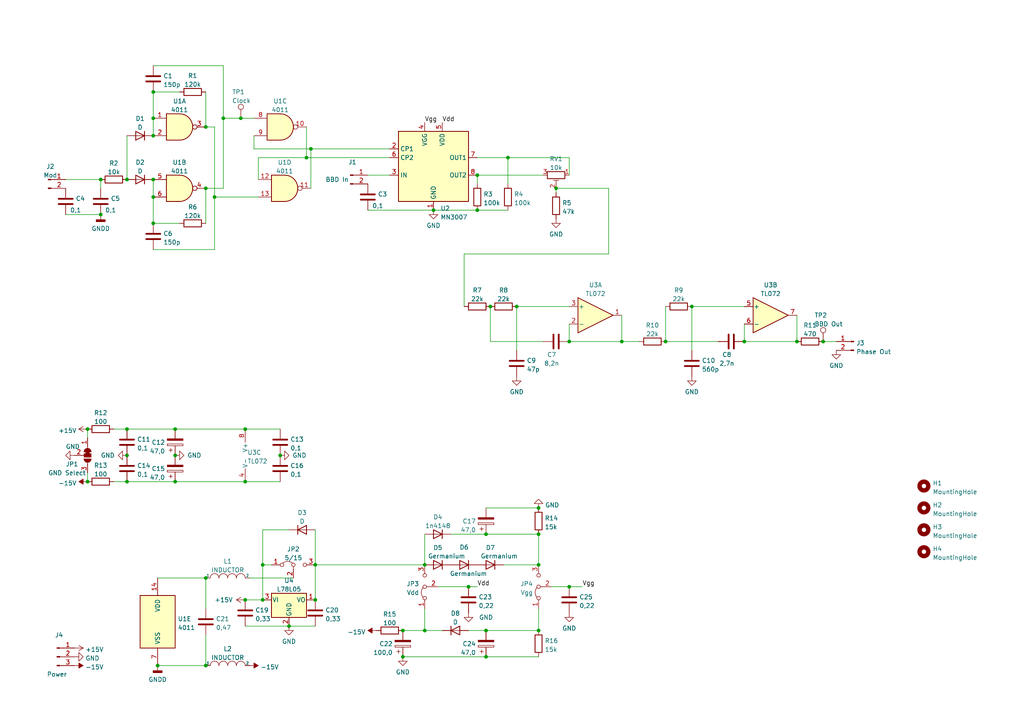
<source format=kicad_sch>
(kicad_sch (version 20211123) (generator eeschema)
  (paper "A4")
  (lib_symbols
    (symbol "4xxx:4011" (pin_names (offset 1.016))
      (property "Reference" "U" (at 0 1.27 0))
      (property "Value" "4011" (at 0 -1.27 0))
      (symbol "4011_1_1"
        (arc (start 0 -3.81) (mid 3.81 0) (end 0 3.81) (stroke (width 0.254)) (fill (type background)))
        (polyline (pts (xy 0 3.81) (xy -3.81 3.81) (xy -3.81 -3.81) (xy 0 -3.81)) (stroke (width 0.254)) (fill (type background)))
        (pin input line (at -7.62 2.54 0) (length 3.81) (name "~") (number "1"))
        (pin input line (at -7.62 -2.54 0) (length 3.81) (name "~") (number "2"))
        (pin output inverted (at 7.62 0 180) (length 3.81) (name "~") (number "3"))
      )
      (symbol "4011_1_2"
        (arc (start -3.81 -3.81) (mid -2.589 0) (end -3.81 3.81) (stroke (width 0.254)))
        (arc (start -0.6096 -3.81) (mid 2.1842 -2.5851) (end 3.81 0) (stroke (width 0.254)) (fill (type background)))
        (polyline (pts (xy -3.81 -3.81) (xy -0.635 -3.81)) (stroke (width 0.254)) (fill (type background)))
        (polyline (pts (xy -3.81 3.81) (xy -0.635 3.81)) (stroke (width 0.254)) (fill (type background)))
        (polyline (pts (xy -0.635 3.81) (xy -3.81 3.81) (xy -3.81 3.81) (xy -3.556 3.4036) (xy -3.0226 2.2606) (xy -2.6924 1.0414) (xy -2.6162 -0.254) (xy -2.7686 -1.4986) (xy -3.175 -2.7178) (xy -3.81 -3.81) (xy -3.81 -3.81) (xy -0.635 -3.81)) (stroke (width -25.4)) (fill (type background)))
        (arc (start 3.81 0) (mid 2.1915 2.5936) (end -0.6096 3.81) (stroke (width 0.254)) (fill (type background)))
        (pin input inverted (at -7.62 2.54 0) (length 4.318) (name "~") (number "1"))
        (pin input inverted (at -7.62 -2.54 0) (length 4.318) (name "~") (number "2"))
        (pin output line (at 7.62 0 180) (length 3.81) (name "~") (number "3"))
      )
      (symbol "4011_2_1"
        (arc (start 0 -3.81) (mid 3.81 0) (end 0 3.81) (stroke (width 0.254)) (fill (type background)))
        (polyline (pts (xy 0 3.81) (xy -3.81 3.81) (xy -3.81 -3.81) (xy 0 -3.81)) (stroke (width 0.254)) (fill (type background)))
        (pin output inverted (at 7.62 0 180) (length 3.81) (name "~") (number "4"))
        (pin input line (at -7.62 2.54 0) (length 3.81) (name "~") (number "5"))
        (pin input line (at -7.62 -2.54 0) (length 3.81) (name "~") (number "6"))
      )
      (symbol "4011_2_2"
        (arc (start -3.81 -3.81) (mid -2.589 0) (end -3.81 3.81) (stroke (width 0.254)))
        (arc (start -0.6096 -3.81) (mid 2.1842 -2.5851) (end 3.81 0) (stroke (width 0.254)) (fill (type background)))
        (polyline (pts (xy -3.81 -3.81) (xy -0.635 -3.81)) (stroke (width 0.254)) (fill (type background)))
        (polyline (pts (xy -3.81 3.81) (xy -0.635 3.81)) (stroke (width 0.254)) (fill (type background)))
        (polyline (pts (xy -0.635 3.81) (xy -3.81 3.81) (xy -3.81 3.81) (xy -3.556 3.4036) (xy -3.0226 2.2606) (xy -2.6924 1.0414) (xy -2.6162 -0.254) (xy -2.7686 -1.4986) (xy -3.175 -2.7178) (xy -3.81 -3.81) (xy -3.81 -3.81) (xy -0.635 -3.81)) (stroke (width -25.4)) (fill (type background)))
        (arc (start 3.81 0) (mid 2.1915 2.5936) (end -0.6096 3.81) (stroke (width 0.254)) (fill (type background)))
        (pin output line (at 7.62 0 180) (length 3.81) (name "~") (number "4"))
        (pin input inverted (at -7.62 2.54 0) (length 4.318) (name "~") (number "5"))
        (pin input inverted (at -7.62 -2.54 0) (length 4.318) (name "~") (number "6"))
      )
      (symbol "4011_3_1"
        (arc (start 0 -3.81) (mid 3.81 0) (end 0 3.81) (stroke (width 0.254)) (fill (type background)))
        (polyline (pts (xy 0 3.81) (xy -3.81 3.81) (xy -3.81 -3.81) (xy 0 -3.81)) (stroke (width 0.254)) (fill (type background)))
        (pin output inverted (at 7.62 0 180) (length 3.81) (name "~") (number "10"))
        (pin input line (at -7.62 2.54 0) (length 3.81) (name "~") (number "8"))
        (pin input line (at -7.62 -2.54 0) (length 3.81) (name "~") (number "9"))
      )
      (symbol "4011_3_2"
        (arc (start -3.81 -3.81) (mid -2.589 0) (end -3.81 3.81) (stroke (width 0.254)))
        (arc (start -0.6096 -3.81) (mid 2.1842 -2.5851) (end 3.81 0) (stroke (width 0.254)) (fill (type background)))
        (polyline (pts (xy -3.81 -3.81) (xy -0.635 -3.81)) (stroke (width 0.254)) (fill (type background)))
        (polyline (pts (xy -3.81 3.81) (xy -0.635 3.81)) (stroke (width 0.254)) (fill (type background)))
        (polyline (pts (xy -0.635 3.81) (xy -3.81 3.81) (xy -3.81 3.81) (xy -3.556 3.4036) (xy -3.0226 2.2606) (xy -2.6924 1.0414) (xy -2.6162 -0.254) (xy -2.7686 -1.4986) (xy -3.175 -2.7178) (xy -3.81 -3.81) (xy -3.81 -3.81) (xy -0.635 -3.81)) (stroke (width -25.4)) (fill (type background)))
        (arc (start 3.81 0) (mid 2.1915 2.5936) (end -0.6096 3.81) (stroke (width 0.254)) (fill (type background)))
        (pin output line (at 7.62 0 180) (length 3.81) (name "~") (number "10"))
        (pin input inverted (at -7.62 2.54 0) (length 4.318) (name "~") (number "8"))
        (pin input inverted (at -7.62 -2.54 0) (length 4.318) (name "~") (number "9"))
      )
      (symbol "4011_4_1"
        (arc (start 0 -3.81) (mid 3.81 0) (end 0 3.81) (stroke (width 0.254)) (fill (type background)))
        (polyline (pts (xy 0 3.81) (xy -3.81 3.81) (xy -3.81 -3.81) (xy 0 -3.81)) (stroke (width 0.254)) (fill (type background)))
        (pin output inverted (at 7.62 0 180) (length 3.81) (name "~") (number "11"))
        (pin input line (at -7.62 2.54 0) (length 3.81) (name "~") (number "12"))
        (pin input line (at -7.62 -2.54 0) (length 3.81) (name "~") (number "13"))
      )
      (symbol "4011_4_2"
        (arc (start -3.81 -3.81) (mid -2.589 0) (end -3.81 3.81) (stroke (width 0.254)))
        (arc (start -0.6096 -3.81) (mid 2.1842 -2.5851) (end 3.81 0) (stroke (width 0.254)) (fill (type background)))
        (polyline (pts (xy -3.81 -3.81) (xy -0.635 -3.81)) (stroke (width 0.254)) (fill (type background)))
        (polyline (pts (xy -3.81 3.81) (xy -0.635 3.81)) (stroke (width 0.254)) (fill (type background)))
        (polyline (pts (xy -0.635 3.81) (xy -3.81 3.81) (xy -3.81 3.81) (xy -3.556 3.4036) (xy -3.0226 2.2606) (xy -2.6924 1.0414) (xy -2.6162 -0.254) (xy -2.7686 -1.4986) (xy -3.175 -2.7178) (xy -3.81 -3.81) (xy -3.81 -3.81) (xy -0.635 -3.81)) (stroke (width -25.4)) (fill (type background)))
        (arc (start 3.81 0) (mid 2.1915 2.5936) (end -0.6096 3.81) (stroke (width 0.254)) (fill (type background)))
        (pin output line (at 7.62 0 180) (length 3.81) (name "~") (number "11"))
        (pin input inverted (at -7.62 2.54 0) (length 4.318) (name "~") (number "12"))
        (pin input inverted (at -7.62 -2.54 0) (length 4.318) (name "~") (number "13"))
      )
      (symbol "4011_5_0"
        (pin power_in line (at 0 12.7 270) (length 5.08) (name "VDD") (number "14"))
        (pin power_in line (at 0 -12.7 90) (length 5.08) (name "VSS") (number "7"))
      )
      (symbol "4011_5_1"
        (rectangle (start -5.08 7.62) (end 5.08 -7.62) (stroke (width 0.254)) (fill (type background)))
      )
    )
    (symbol "Amplifier_Operational:TL072" (pin_names (offset 0.127))
      (property "Reference" "U" (at 0 5.08 0))
      (property "Value" "TL072" (at 0 -5.08 0))
      (symbol "TL072_1_1"
        (polyline (pts (xy -5.08 5.08) (xy 5.08 0) (xy -5.08 -5.08) (xy -5.08 5.08)) (stroke (width 0.254)) (fill (type background)))
        (pin output line (at 7.62 0 180) (length 2.54) (name "~") (number "1"))
        (pin input line (at -7.62 -2.54 0) (length 2.54) (name "-") (number "2"))
        (pin input line (at -7.62 2.54 0) (length 2.54) (name "+") (number "3"))
      )
      (symbol "TL072_2_1"
        (polyline (pts (xy -5.08 5.08) (xy 5.08 0) (xy -5.08 -5.08) (xy -5.08 5.08)) (stroke (width 0.254)) (fill (type background)))
        (pin input line (at -7.62 2.54 0) (length 2.54) (name "+") (number "5"))
        (pin input line (at -7.62 -2.54 0) (length 2.54) (name "-") (number "6"))
        (pin output line (at 7.62 0 180) (length 2.54) (name "~") (number "7"))
      )
      (symbol "TL072_3_1"
        (pin power_in line (at -2.54 -7.62 90) (length 3.81) (name "V-") (number "4"))
        (pin power_in line (at -2.54 7.62 270) (length 3.81) (name "V+") (number "8"))
      )
    )
    (symbol "Audio:MN3007"
      (property "Reference" "U" (at -10.16 12.7 0))
      (property "Value" "MN3007" (at 10.16 -12.7 0))
      (symbol "MN3007_0_1"
        (rectangle (start -10.16 10.16) (end 10.16 -10.16) (stroke (width 0.254)) (fill (type background)))
      )
      (symbol "MN3007_1_1"
        (pin power_in line (at 0 -12.7 90) (length 2.54) (name "GND") (number "1"))
        (pin input line (at -12.7 5.08 0) (length 2.54) (name "CP1") (number "2"))
        (pin input line (at -12.7 -2.54 0) (length 2.54) (name "IN") (number "3"))
        (pin power_in line (at -2.54 12.7 270) (length 2.54) (name "VGG") (number "4"))
        (pin power_in line (at 2.54 12.7 270) (length 2.54) (name "VDD") (number "5"))
        (pin input line (at -12.7 2.54 0) (length 2.54) (name "CP2") (number "6"))
        (pin output line (at 12.7 2.54 180) (length 2.54) (name "OUT1") (number "7"))
        (pin output line (at 12.7 -2.54 180) (length 2.54) (name "OUT2") (number "8"))
      )
    )
    (symbol "Connector:Conn_01x02_Male" (pin_names (offset 1.016) hide)
      (property "Reference" "J" (at 0 2.54 0))
      (property "Value" "Conn_01x02_Male" (at 0 -5.08 0))
      (symbol "Conn_01x02_Male_1_1"
        (polyline (pts (xy 1.27 -2.54) (xy 0.8636 -2.54)) (stroke (width 0.1524)))
        (polyline (pts (xy 1.27 0) (xy 0.8636 0)) (stroke (width 0.1524)))
        (rectangle (start 0.8636 -2.413) (end 0 -2.667) (stroke (width 0.1524)) (fill (type outline)))
        (rectangle (start 0.8636 0.127) (end 0 -0.127) (stroke (width 0.1524)) (fill (type outline)))
        (pin passive line (at 5.08 0 180) (length 3.81) (name "Pin_1") (number "1"))
        (pin passive line (at 5.08 -2.54 180) (length 3.81) (name "Pin_2") (number "2"))
      )
    )
    (symbol "Connector:Conn_01x03_Male" (pin_names (offset 1.016) hide)
      (property "Reference" "J" (at 0 5.08 0))
      (property "Value" "Conn_01x03_Male" (at 0 -5.08 0))
      (symbol "Conn_01x03_Male_1_1"
        (polyline (pts (xy 1.27 -2.54) (xy 0.8636 -2.54)) (stroke (width 0.1524)))
        (polyline (pts (xy 1.27 0) (xy 0.8636 0)) (stroke (width 0.1524)))
        (polyline (pts (xy 1.27 2.54) (xy 0.8636 2.54)) (stroke (width 0.1524)))
        (rectangle (start 0.8636 -2.413) (end 0 -2.667) (stroke (width 0.1524)) (fill (type outline)))
        (rectangle (start 0.8636 0.127) (end 0 -0.127) (stroke (width 0.1524)) (fill (type outline)))
        (rectangle (start 0.8636 2.667) (end 0 2.413) (stroke (width 0.1524)) (fill (type outline)))
        (pin passive line (at 5.08 2.54 180) (length 3.81) (name "Pin_1") (number "1"))
        (pin passive line (at 5.08 0 180) (length 3.81) (name "Pin_2") (number "2"))
        (pin passive line (at 5.08 -2.54 180) (length 3.81) (name "Pin_3") (number "3"))
      )
    )
    (symbol "Connector:TestPoint" (pin_numbers hide) (pin_names (offset 0.762) hide)
      (property "Reference" "TP" (at 0 6.858 0))
      (property "Value" "TestPoint" (at 0 5.08 0))
      (symbol "TestPoint_0_1"
        (circle (center 0 3.302) (radius 0.762))
      )
      (symbol "TestPoint_1_1"
        (pin passive line (at 0 0 90) (length 2.54) (name "1") (number "1"))
      )
    )
    (symbol "Device:C" (pin_numbers hide) (pin_names (offset 0.254))
      (property "Reference" "C" (at 0.635 2.54 0))
      (property "Value" "C" (at 0.635 -2.54 0))
      (symbol "C_0_1"
        (polyline (pts (xy -2.032 -0.762) (xy 2.032 -0.762)) (stroke (width 0.508)))
        (polyline (pts (xy -2.032 0.762) (xy 2.032 0.762)) (stroke (width 0.508)))
      )
      (symbol "C_1_1"
        (pin passive line (at 0 3.81 270) (length 2.794) (name "~") (number "1"))
        (pin passive line (at 0 -3.81 90) (length 2.794) (name "~") (number "2"))
      )
    )
    (symbol "Device:C_Polarized" (pin_numbers hide) (pin_names (offset 0.254))
      (property "Reference" "C" (at 0.635 2.54 0))
      (property "Value" "C_Polarized" (at 0.635 -2.54 0))
      (symbol "C_Polarized_0_1"
        (rectangle (start -2.286 0.508) (end 2.286 1.016))
        (polyline (pts (xy -1.778 2.286) (xy -0.762 2.286)))
        (polyline (pts (xy -1.27 2.794) (xy -1.27 1.778)))
        (rectangle (start 2.286 -0.508) (end -2.286 -1.016) (fill (type outline)))
      )
      (symbol "C_Polarized_1_1"
        (pin passive line (at 0 3.81 270) (length 2.794) (name "~") (number "1"))
        (pin passive line (at 0 -3.81 90) (length 2.794) (name "~") (number "2"))
      )
    )
    (symbol "Device:D" (pin_numbers hide) (pin_names (offset 1.016) hide)
      (property "Reference" "D" (at 0 2.54 0))
      (property "Value" "D" (at 0 -2.54 0))
      (symbol "D_0_1"
        (polyline (pts (xy -1.27 1.27) (xy -1.27 -1.27)) (stroke (width 0.254)))
        (polyline (pts (xy 1.27 0) (xy -1.27 0)))
        (polyline (pts (xy 1.27 1.27) (xy 1.27 -1.27) (xy -1.27 0) (xy 1.27 1.27)) (stroke (width 0.254)))
      )
      (symbol "D_1_1"
        (pin passive line (at -3.81 0 0) (length 2.54) (name "K") (number "1"))
        (pin passive line (at 3.81 0 180) (length 2.54) (name "A") (number "2"))
      )
    )
    (symbol "Device:R" (pin_numbers hide) (pin_names (offset 0))
      (property "Reference" "R" (at 2.032 0 90))
      (property "Value" "R" (at 0 0 90))
      (symbol "R_0_1"
        (rectangle (start -1.016 -2.54) (end 1.016 2.54) (stroke (width 0.254)))
      )
      (symbol "R_1_1"
        (pin passive line (at 0 3.81 270) (length 1.27) (name "~") (number "1"))
        (pin passive line (at 0 -3.81 90) (length 1.27) (name "~") (number "2"))
      )
    )
    (symbol "Device:R_Potentiometer_Trim" (pin_names (offset 1.016) hide)
      (property "Reference" "RV" (at -4.445 0 90))
      (property "Value" "R_Potentiometer_Trim" (at -2.54 0 90))
      (symbol "R_Potentiometer_Trim_0_1"
        (polyline (pts (xy 1.524 0.762) (xy 1.524 -0.762)))
        (polyline (pts (xy 2.54 0) (xy 1.524 0)))
        (rectangle (start 1.016 2.54) (end -1.016 -2.54) (stroke (width 0.254)))
      )
      (symbol "R_Potentiometer_Trim_1_1"
        (pin passive line (at 0 3.81 270) (length 1.27) (name "1") (number "1"))
        (pin passive line (at 3.81 0 180) (length 1.27) (name "2") (number "2"))
        (pin passive line (at 0 -3.81 90) (length 1.27) (name "3") (number "3"))
      )
    )
    (symbol "Jumper:Jumper_3_Bridged12" (pin_names (offset 0) hide)
      (property "Reference" "JP" (at -2.54 -2.54 0))
      (property "Value" "Jumper_3_Bridged12" (at 0 2.794 0))
      (symbol "Jumper_3_Bridged12_0_0"
        (circle (center -3.302 0) (radius 0.508))
        (circle (center 0 0) (radius 0.508))
        (circle (center 3.302 0) (radius 0.508))
      )
      (symbol "Jumper_3_Bridged12_0_1"
        (arc (start -0.254 0.508) (mid -1.651 0.9912) (end -3.048 0.508))
        (polyline (pts (xy 0 -1.27) (xy 0 -0.508)))
      )
      (symbol "Jumper_3_Bridged12_1_1"
        (pin passive line (at -6.35 0 0) (length 2.54) (name "A") (number "1"))
        (pin passive line (at 0 -3.81 90) (length 2.54) (name "C") (number "2"))
        (pin passive line (at 6.35 0 180) (length 2.54) (name "B") (number "3"))
      )
    )
    (symbol "Jumper:SolderJumper_3_Bridged12" (pin_names (offset 0) hide)
      (property "Reference" "JP" (at -2.54 -2.54 0))
      (property "Value" "SolderJumper_3_Bridged12" (at 0 2.794 0))
      (symbol "SolderJumper_3_Bridged12_0_1"
        (rectangle (start -1.016 0.508) (end -0.508 -0.508) (fill (type outline)))
        (arc (start -1.016 1.016) (mid -2.032 0) (end -1.016 -1.016))
        (arc (start -1.016 1.016) (mid -2.032 0) (end -1.016 -1.016) (fill (type outline)))
        (rectangle (start -0.508 1.016) (end 0.508 -1.016) (fill (type outline)))
        (polyline (pts (xy -2.54 0) (xy -2.032 0)))
        (polyline (pts (xy -1.016 1.016) (xy -1.016 -1.016)))
        (polyline (pts (xy 0 -1.27) (xy 0 -1.016)))
        (polyline (pts (xy 1.016 1.016) (xy 1.016 -1.016)))
        (polyline (pts (xy 2.54 0) (xy 2.032 0)))
        (arc (start 1.016 -1.016) (mid 2.032 0) (end 1.016 1.016))
        (arc (start 1.016 -1.016) (mid 2.032 0) (end 1.016 1.016) (fill (type outline)))
      )
      (symbol "SolderJumper_3_Bridged12_1_1"
        (pin passive line (at -5.08 0 0) (length 2.54) (name "A") (number "1"))
        (pin passive line (at 0 -3.81 90) (length 2.54) (name "C") (number "2"))
        (pin passive line (at 5.08 0 180) (length 2.54) (name "B") (number "3"))
      )
    )
    (symbol "Mechanical:MountingHole" (pin_names (offset 1.016))
      (property "Reference" "H" (at 0 5.08 0))
      (property "Value" "MountingHole" (at 0 3.175 0))
      (symbol "MountingHole_0_1"
        (circle (center 0 0) (radius 1.27) (stroke (width 1.27)))
      )
    )
    (symbol "Regulator_Linear:L78L05_TO92" (pin_names (offset 0.254))
      (property "Reference" "U" (at -3.81 3.175 0))
      (property "Value" "L78L05_TO92" (at 0 3.175 0))
      (symbol "L78L05_TO92_0_1"
        (rectangle (start -5.08 -5.08) (end 5.08 1.905) (stroke (width 0.254)) (fill (type background)))
      )
      (symbol "L78L05_TO92_1_1"
        (pin power_out line (at 7.62 0 180) (length 2.54) (name "VO") (number "1"))
        (pin power_in line (at 0 -7.62 90) (length 2.54) (name "GND") (number "2"))
        (pin power_in line (at -7.62 0 0) (length 2.54) (name "VI") (number "3"))
      )
    )
    (symbol "power:+15V" (power) (pin_names (offset 0))
      (property "Value" "+15V" (at 0 3.556 0))
      (symbol "+15V_0_1"
        (polyline (pts (xy -0.762 1.27) (xy 0 2.54)))
        (polyline (pts (xy 0 0) (xy 0 2.54)))
        (polyline (pts (xy 0 2.54) (xy 0.762 1.27)))
      )
      (symbol "+15V_1_1"
        (pin power_in line (at 0 0 90) (length 0) hide (name "+15V") (number "1"))
      )
    )
    (symbol "power:-15V" (power) (pin_names (offset 0))
      (property "Value" "-15V" (at 0 3.81 0))
      (symbol "-15V_0_0"
        (pin power_in line (at 0 0 90) (length 0) hide (name "-15V") (number "1"))
      )
      (symbol "-15V_0_1"
        (polyline (pts (xy 0 0) (xy 0 1.27) (xy 0.762 1.27) (xy 0 2.54) (xy -0.762 1.27) (xy 0 1.27)) (fill (type outline)))
      )
    )
    (symbol "power:GND" (power) (pin_names (offset 0))
      (property "Value" "GND" (at 0 -3.81 0))
      (symbol "GND_0_1"
        (polyline (pts (xy 0 0) (xy 0 -1.27) (xy 1.27 -1.27) (xy 0 -2.54) (xy -1.27 -1.27) (xy 0 -1.27)))
      )
      (symbol "GND_1_1"
        (pin power_in line (at 0 0 270) (length 0) hide (name "GND") (number "1"))
      )
    )
    (symbol "power:GNDD" (power) (pin_names (offset 0))
      (property "Value" "GNDD" (at 0 -3.175 0))
      (symbol "GNDD_0_1"
        (rectangle (start -1.27 -1.524) (end 1.27 -2.032) (stroke (width 0.254)) (fill (type outline)))
        (polyline (pts (xy 0 0) (xy 0 -1.524)))
      )
      (symbol "GNDD_1_1"
        (pin power_in line (at 0 0 270) (length 0) hide (name "GNDD") (number "1"))
      )
    )
    (symbol "pspice:INDUCTOR" (pin_numbers hide) (pin_names (offset 0))
      (property "Reference" "L" (at 0 2.54 0))
      (property "Value" "INDUCTOR" (at 0 -1.27 0))
      (symbol "INDUCTOR_0_1"
        (arc (start -2.54 0) (mid -3.81 1.27) (end -5.08 0))
        (arc (start 0 0) (mid -1.27 1.27) (end -2.54 0))
        (arc (start 2.54 0) (mid 1.27 1.27) (end 0 0))
        (arc (start 5.08 0) (mid 3.81 1.27) (end 2.54 0))
      )
      (symbol "INDUCTOR_1_1"
        (pin input line (at -6.35 0 0) (length 1.27) (name "1") (number "1"))
        (pin input line (at 6.35 0 180) (length 1.27) (name "2") (number "2"))
      )
    )
  )
  (junction (at 50.8 132.08))
  (junction (at 140.97 190.5))
  (junction (at 36.83 139.7))
  (junction (at 36.83 132.08))
  (junction (at 200.66 88.9))
  (junction (at 116.84 190.5))
  (junction (at 161.29 54.61))
  (junction (at 140.97 154.94))
  (junction (at 44.45 34.29))
  (junction (at 156.21 163.83))
  (junction (at 81.28 132.08))
  (junction (at 71.12 139.7))
  (junction (at 62.23 57.15))
  (junction (at 29.21 62.23))
  (junction (at 36.83 124.46))
  (junction (at 25.4 139.7))
  (junction (at 123.19 163.83))
  (junction (at 59.69 193.04))
  (junction (at 71.12 173.99))
  (junction (at 156.21 154.94))
  (junction (at 91.44 173.99))
  (junction (at 64.77 34.29))
  (junction (at 90.17 43.18))
  (junction (at 45.72 193.04))
  (junction (at 138.43 50.8))
  (junction (at 147.32 45.72))
  (junction (at 71.12 124.46))
  (junction (at 50.8 124.46))
  (junction (at 44.45 52.07))
  (junction (at 156.21 182.88))
  (junction (at 59.69 36.83))
  (junction (at 180.34 99.06))
  (junction (at 44.45 64.77))
  (junction (at 44.45 57.15))
  (junction (at 165.1 99.06))
  (junction (at 59.69 167.64))
  (junction (at 165.1 170.18))
  (junction (at 231.14 99.06))
  (junction (at 140.97 182.88))
  (junction (at 91.44 163.83))
  (junction (at 125.73 60.96))
  (junction (at 238.76 99.06))
  (junction (at 149.86 88.9))
  (junction (at 83.82 181.61))
  (junction (at 215.9 99.06))
  (junction (at 25.4 124.46))
  (junction (at 116.84 182.88))
  (junction (at 76.2 173.99))
  (junction (at 135.89 170.18))
  (junction (at 138.43 60.96))
  (junction (at 69.85 34.29))
  (junction (at 36.83 52.07))
  (junction (at 76.2 163.83))
  (junction (at 123.19 182.88))
  (junction (at 50.8 139.7))
  (junction (at 88.9 45.72))
  (junction (at 142.24 88.9))
  (junction (at 29.21 52.07))
  (junction (at 193.04 99.06))
  (junction (at 156.21 147.32))
  (junction (at 44.45 26.67))
  (junction (at 44.45 39.37))
  (junction (at 59.69 54.61))
  (wire (pts (xy 62.23 72.39) (xy 62.23 57.15)))
  (wire (pts (xy 59.69 167.64) (xy 59.69 176.53)))
  (wire (pts (xy 83.82 181.61) (xy 91.44 181.61)))
  (wire (pts (xy 91.44 163.83) (xy 91.44 173.99)))
  (wire (pts (xy 123.19 182.88) (xy 128.27 182.88)))
  (wire (pts (xy 59.69 54.61) (xy 59.69 64.77)))
  (wire (pts (xy 62.23 57.15) (xy 74.93 57.15)))
  (wire (pts (xy 64.77 34.29) (xy 69.85 34.29)))
  (wire (pts (xy 52.07 64.77) (xy 44.45 64.77)))
  (wire (pts (xy 71.12 181.61) (xy 83.82 181.61)))
  (wire (pts (xy 140.97 190.5) (xy 156.21 190.5)))
  (wire (pts (xy 147.32 45.72) (xy 147.32 53.34)))
  (wire (pts (xy 19.05 52.07) (xy 29.21 52.07)))
  (wire (pts (xy 19.05 62.23) (xy 29.21 62.23)))
  (wire (pts (xy 193.04 88.9) (xy 193.04 99.06)))
  (wire (pts (xy 231.14 99.06) (xy 231.14 91.44)))
  (wire (pts (xy 64.77 19.05) (xy 64.77 34.29)))
  (wire (pts (xy 165.1 170.18) (xy 160.02 170.18)))
  (wire (pts (xy 64.77 34.29) (xy 64.77 54.61)))
  (wire (pts (xy 138.43 45.72) (xy 147.32 45.72)))
  (wire (pts (xy 138.43 50.8) (xy 157.48 50.8)))
  (wire (pts (xy 90.17 43.18) (xy 113.03 43.18)))
  (wire (pts (xy 44.45 26.67) (xy 44.45 34.29)))
  (wire (pts (xy 116.84 182.88) (xy 123.19 182.88)))
  (wire (pts (xy 134.62 88.9) (xy 134.62 73.66)))
  (wire (pts (xy 149.86 88.9) (xy 149.86 101.6)))
  (wire (pts (xy 78.74 163.83) (xy 76.2 163.83)))
  (wire (pts (xy 142.24 99.06) (xy 142.24 88.9)))
  (wire (pts (xy 44.45 64.77) (xy 44.45 57.15)))
  (wire (pts (xy 71.12 124.46) (xy 81.28 124.46)))
  (wire (pts (xy 64.77 54.61) (xy 59.69 54.61)))
  (wire (pts (xy 116.84 190.5) (xy 140.97 190.5)))
  (wire (pts (xy 215.9 99.06) (xy 231.14 99.06)))
  (wire (pts (xy 91.44 153.67) (xy 91.44 163.83)))
  (wire (pts (xy 146.05 163.83) (xy 156.21 163.83)))
  (wire (pts (xy 138.43 170.18) (xy 135.89 170.18)))
  (wire (pts (xy 33.02 124.46) (xy 36.83 124.46)))
  (wire (pts (xy 44.45 52.07) (xy 44.45 57.15)))
  (wire (pts (xy 135.89 182.88) (xy 140.97 182.88)))
  (wire (pts (xy 90.17 43.18) (xy 90.17 54.61)))
  (wire (pts (xy 238.76 99.06) (xy 242.57 99.06)))
  (wire (pts (xy 208.28 99.06) (xy 193.04 99.06)))
  (wire (pts (xy 52.07 26.67) (xy 44.45 26.67)))
  (wire (pts (xy 25.4 137.16) (xy 25.4 139.7)))
  (wire (pts (xy 140.97 147.32) (xy 156.21 147.32)))
  (wire (pts (xy 135.89 170.18) (xy 127 170.18)))
  (wire (pts (xy 45.72 167.64) (xy 59.69 167.64)))
  (wire (pts (xy 106.68 60.96) (xy 125.73 60.96)))
  (wire (pts (xy 73.66 43.18) (xy 90.17 43.18)))
  (wire (pts (xy 36.83 124.46) (xy 50.8 124.46)))
  (wire (pts (xy 147.32 45.72) (xy 165.1 45.72)))
  (wire (pts (xy 165.1 93.98) (xy 165.1 99.06)))
  (wire (pts (xy 88.9 45.72) (xy 74.93 45.72)))
  (wire (pts (xy 36.83 139.7) (xy 50.8 139.7)))
  (wire (pts (xy 88.9 36.83) (xy 88.9 45.72)))
  (wire (pts (xy 76.2 163.83) (xy 76.2 173.99)))
  (wire (pts (xy 134.62 73.66) (xy 176.53 73.66)))
  (wire (pts (xy 71.12 139.7) (xy 81.28 139.7)))
  (wire (pts (xy 138.43 50.8) (xy 138.43 53.34)))
  (wire (pts (xy 180.34 99.06) (xy 180.34 91.44)))
  (wire (pts (xy 71.12 173.99) (xy 76.2 173.99)))
  (wire (pts (xy 76.2 153.67) (xy 76.2 163.83)))
  (wire (pts (xy 149.86 88.9) (xy 165.1 88.9)))
  (wire (pts (xy 157.48 99.06) (xy 142.24 99.06)))
  (wire (pts (xy 123.19 154.94) (xy 123.19 163.83)))
  (wire (pts (xy 130.81 154.94) (xy 140.97 154.94)))
  (wire (pts (xy 161.29 54.61) (xy 161.29 55.88)))
  (wire (pts (xy 44.45 19.05) (xy 64.77 19.05)))
  (wire (pts (xy 156.21 154.94) (xy 156.21 163.83)))
  (wire (pts (xy 50.8 124.46) (xy 71.12 124.46)))
  (wire (pts (xy 50.8 139.7) (xy 71.12 139.7)))
  (wire (pts (xy 88.9 45.72) (xy 113.03 45.72)))
  (wire (pts (xy 140.97 154.94) (xy 156.21 154.94)))
  (wire (pts (xy 44.45 34.29) (xy 44.45 39.37)))
  (wire (pts (xy 73.66 34.29) (xy 69.85 34.29)))
  (wire (pts (xy 161.29 54.61) (xy 176.53 54.61)))
  (wire (pts (xy 74.93 45.72) (xy 74.93 52.07)))
  (wire (pts (xy 138.43 60.96) (xy 147.32 60.96)))
  (wire (pts (xy 123.19 176.53) (xy 123.19 182.88)))
  (wire (pts (xy 215.9 93.98) (xy 215.9 99.06)))
  (wire (pts (xy 156.21 176.53) (xy 156.21 182.88)))
  (wire (pts (xy 45.72 193.04) (xy 59.69 193.04)))
  (wire (pts (xy 44.45 72.39) (xy 62.23 72.39)))
  (wire (pts (xy 176.53 73.66) (xy 176.53 54.61)))
  (wire (pts (xy 180.34 99.06) (xy 185.42 99.06)))
  (wire (pts (xy 59.69 26.67) (xy 59.69 36.83)))
  (wire (pts (xy 73.66 39.37) (xy 73.66 43.18)))
  (wire (pts (xy 83.82 153.67) (xy 76.2 153.67)))
  (wire (pts (xy 72.39 167.64) (xy 85.09 167.64)))
  (wire (pts (xy 165.1 99.06) (xy 180.34 99.06)))
  (wire (pts (xy 140.97 182.88) (xy 156.21 182.88)))
  (wire (pts (xy 29.21 54.61) (xy 29.21 52.07)))
  (wire (pts (xy 200.66 88.9) (xy 215.9 88.9)))
  (wire (pts (xy 36.83 39.37) (xy 36.83 52.07)))
  (wire (pts (xy 62.23 57.15) (xy 62.23 36.83)))
  (wire (pts (xy 59.69 193.04) (xy 59.69 184.15)))
  (wire (pts (xy 25.4 124.46) (xy 25.4 127)))
  (wire (pts (xy 200.66 88.9) (xy 200.66 101.6)))
  (wire (pts (xy 125.73 60.96) (xy 138.43 60.96)))
  (wire (pts (xy 33.02 139.7) (xy 36.83 139.7)))
  (wire (pts (xy 62.23 36.83) (xy 59.69 36.83)))
  (wire (pts (xy 106.68 50.8) (xy 113.03 50.8)))
  (wire (pts (xy 168.91 170.18) (xy 165.1 170.18)))
  (wire (pts (xy 91.44 163.83) (xy 123.19 163.83)))
  (wire (pts (xy 165.1 45.72) (xy 165.1 50.8)))
  (label "Vdd" (at 138.43 170.18 0))
  (label "Vgg" (at 123.19 35.56 0))
  (label "Vgg" (at 168.91 170.18 0))
  (label "Vdd" (at 128.27 35.56 0))
  (symbol (lib_id "Mechanical:MountingHole") (at 267.97 147.32 0) (unit 1)
    (property "Reference" "H2" (at 270.51 146.4853 0) (effects (justify left)))
    (property "Value" "MountingHole" (at 270.51 149.0222 0) (effects (justify left)))
    (property "Footprint" "MountingHole:MountingHole_3.2mm_M3" (effects hide))
  )
  (symbol (lib_id "Jumper:SolderJumper_3_Bridged12") (at 25.4 132.08 270) (unit 1)
    (property "Reference" "JP1" (at 19.05 134.62 90) (effects (justify left)))
    (property "Value" "GND Select" (at 13.97 137.16 90) (effects (justify left)))
    (property "Footprint" "Connector_PinHeader_2.54mm:PinHeader_1x03_P2.54mm_Vertical" (effects hide))
  )
  (symbol (lib_id "Device:C") (at 91.44 177.8 0) (unit 1)
    (property "Reference" "C20" (at 94.361 176.9653 0) (effects (justify left)))
    (property "Value" "0,33" (at 94.361 179.5022 0) (effects (justify left)))
    (property "Footprint" "Capacitor_SMD:C_0805_2012Metric_Pad1.18x1.45mm_HandSolder" (effects hide))
  )
  (symbol (lib_id "Device:R") (at 234.95 99.06 90) (unit 1)
    (property "Reference" "R11" (at 234.95 94.3442 90))
    (property "Value" "470" (at 234.95 96.8811 90))
    (property "Footprint" "Resistor_SMD:R_1206_3216Metric_Pad1.30x1.75mm_HandSolder" (effects hide))
  )
  (symbol (lib_id "4xxx:4011") (at 81.28 36.83 0) (unit 3)
    (property "Reference" "U1" (at 81.28 29.3202 0))
    (property "Value" "4011" (at 81.28 31.8571 0))
    (property "Footprint" "Package_DIP:DIP-14_W7.62mm" (effects hide))
    (property "Datasheet" "http://www.intersil.com/content/dam/Intersil/documents/cd40/cd4011bms-12bms-23bms.pdf" (effects hide))
  )
  (symbol (lib_id "power:GND") (at 81.28 132.08 90) (unit 1)
    (property "Reference" "#PWR0116" (effects hide))
    (property "Value" "GND" (at 88.9 132.08 90) (effects (justify left)))
  )
  (symbol (lib_id "Amplifier_Operational:TL072") (at 223.52 91.44 0) (unit 2)
    (property "Reference" "U3" (at 223.52 82.6602 0))
    (property "Value" "TL072" (at 223.52 85.1971 0))
    (property "Footprint" "Package_DIP:DIP-8_W7.62mm_Socket_LongPads" (effects hide))
    (property "Datasheet" "http://www.ti.com/lit/ds/symlink/tl071.pdf" (effects hide))
  )
  (symbol (lib_id "4xxx:4011") (at 52.07 36.83 0) (unit 1)
    (property "Reference" "U1" (at 52.07 29.3202 0))
    (property "Value" "4011" (at 52.07 31.8571 0))
    (property "Footprint" "Package_DIP:DIP-14_W7.62mm" (effects hide))
    (property "Datasheet" "http://www.intersil.com/content/dam/Intersil/documents/cd40/cd4011bms-12bms-23bms.pdf" (effects hide))
  )
  (symbol (lib_id "power:GND") (at 200.66 109.22 0) (unit 1)
    (property "Reference" "#PWR0119" (effects hide))
    (property "Value" "GND" (at 200.66 113.6634 0))
  )
  (symbol (lib_id "Device:C") (at 36.83 128.27 0) (unit 1)
    (property "Reference" "C11" (at 39.751 127.4353 0) (effects (justify left)))
    (property "Value" "0,1" (at 39.751 129.9722 0) (effects (justify left)))
    (property "Footprint" "Capacitor_SMD:C_1206_3216Metric_Pad1.33x1.80mm_HandSolder" (effects hide))
  )
  (symbol (lib_id "Device:C") (at 161.29 99.06 90) (unit 1)
    (property "Reference" "C7" (at 160.02 102.87 90))
    (property "Value" "8,2n" (at 160.02 105.41 90))
    (property "Footprint" "Capacitor_THT:C_Disc_D5.0mm_W2.5mm_P2.50mm" (effects hide))
  )
  (symbol (lib_id "Device:R") (at 55.88 26.67 90) (unit 1)
    (property "Reference" "R1" (at 55.88 21.9542 90))
    (property "Value" "120k" (at 55.88 24.4911 90))
    (property "Footprint" "Resistor_SMD:R_1206_3216Metric_Pad1.30x1.75mm_HandSolder" (effects hide))
  )
  (symbol (lib_id "Connector:Conn_01x02_Male") (at 247.65 99.06 0) (mirror y) (unit 1)
    (property "Reference" "J3" (at 248.3612 99.4953 0) (effects (justify right)))
    (property "Value" "Phase Out" (at 248.3612 102.0322 0) (effects (justify right)))
    (property "Footprint" "Connector_PinHeader_2.54mm:PinHeader_1x02_P2.54mm_Vertical" (effects hide))
  )
  (symbol (lib_id "Device:R") (at 156.21 151.13 0) (unit 1)
    (property "Reference" "R14" (at 157.988 150.2953 0) (effects (justify left)))
    (property "Value" "15k" (at 157.988 152.8322 0) (effects (justify left)))
    (property "Footprint" "Resistor_SMD:R_1206_3216Metric_Pad1.30x1.75mm_HandSolder" (effects hide))
  )
  (symbol (lib_id "power:+15V") (at 25.4 124.46 90) (unit 1)
    (property "Reference" "#PWR0103" (effects hide))
    (property "Value" "+15V" (at 22.225 124.8938 90) (effects (justify left)))
  )
  (symbol (lib_id "Device:C_Polarized") (at 116.84 186.69 0) (mirror x) (unit 1)
    (property "Reference" "C22" (at 113.9191 186.7443 0) (effects (justify right)))
    (property "Value" "100,0" (at 113.9191 189.2812 0) (effects (justify right)))
    (property "Footprint" "Capacitor_SMD:C_Elec_6.3x5.8" (effects hide))
  )
  (symbol (lib_id "Device:C") (at 29.21 58.42 0) (unit 1)
    (property "Reference" "C5" (at 32.131 57.5853 0) (effects (justify left)))
    (property "Value" "0,1" (at 30.48 60.96 0) (effects (justify left)))
    (property "Footprint" "Capacitor_SMD:C_1206_3216Metric_Pad1.33x1.80mm_HandSolder" (effects hide))
  )
  (symbol (lib_id "Device:D") (at 134.62 163.83 180) (unit 1)
    (property "Reference" "D6" (at 134.62 158.75 0))
    (property "Value" "Germanium" (at 135.89 166.37 0))
    (property "Footprint" "Diode_THT:D_A-405_P2.54mm_Vertical_KathodeUp" (effects hide))
  )
  (symbol (lib_id "Device:R") (at 156.21 186.69 0) (unit 1)
    (property "Reference" "R16" (at 157.988 185.8553 0) (effects (justify left)))
    (property "Value" "15k" (at 157.988 188.3922 0) (effects (justify left)))
    (property "Footprint" "Resistor_SMD:R_1206_3216Metric_Pad1.30x1.75mm_HandSolder" (effects hide))
  )
  (symbol (lib_id "power:+15V") (at 21.59 187.96 270) (unit 1)
    (property "Reference" "#PWR0106" (effects hide))
    (property "Value" "+15V" (at 24.765 188.3938 90) (effects (justify left)))
  )
  (symbol (lib_id "power:GND") (at 83.82 181.61 0) (unit 1)
    (property "Reference" "#PWR0112" (effects hide))
    (property "Value" "GND" (at 83.82 186.0534 0))
  )
  (symbol (lib_id "power:GNDD") (at 45.72 193.04 0) (unit 1)
    (property "Reference" "#PWR0107" (effects hide))
    (property "Value" "GNDD" (at 45.72 197.1024 0))
  )
  (symbol (lib_id "Amplifier_Operational:TL072") (at 172.72 91.44 0) (unit 1)
    (property "Reference" "U3" (at 172.72 82.6602 0))
    (property "Value" "TL072" (at 172.72 85.1971 0))
    (property "Footprint" "Package_DIP:DIP-8_W7.62mm_Socket_LongPads" (effects hide))
    (property "Datasheet" "http://www.ti.com/lit/ds/symlink/tl071.pdf" (effects hide))
  )
  (symbol (lib_id "Jumper:Jumper_3_Bridged12") (at 85.09 163.83 0) (unit 1)
    (property "Reference" "JP2" (at 85.09 159.266 0))
    (property "Value" "5/15" (at 85.09 161.8029 0))
    (property "Footprint" "Connector_PinHeader_2.54mm:PinHeader_1x03_P2.54mm_Vertical" (effects hide))
  )
  (symbol (lib_id "Connector:TestPoint") (at 238.76 99.06 0) (unit 1)
    (property "Reference" "TP2" (at 236.22 91.44 0) (effects (justify left)))
    (property "Value" "BBD Out" (at 236.22 93.98 0) (effects (justify left)))
    (property "Footprint" "Connector_PinHeader_2.54mm:PinHeader_1x01_P2.54mm_Vertical" (effects hide))
  )
  (symbol (lib_id "Jumper:Jumper_3_Bridged12") (at 123.19 170.18 90) (unit 1)
    (property "Reference" "JP3" (at 121.5639 169.3453 90) (effects (justify left)))
    (property "Value" "Vdd" (at 121.5639 171.8822 90) (effects (justify left)))
    (property "Footprint" "Connector_PinHeader_2.54mm:PinHeader_1x03_P2.54mm_Vertical" (effects hide))
  )
  (symbol (lib_id "Jumper:Jumper_3_Bridged12") (at 156.21 170.18 90) (unit 1)
    (property "Reference" "JP4" (at 154.5839 169.3453 90) (effects (justify left)))
    (property "Value" "Vgg" (at 154.5839 171.8822 90) (effects (justify left)))
    (property "Footprint" "Connector_PinHeader_2.54mm:PinHeader_1x03_P2.54mm_Vertical" (effects hide))
  )
  (symbol (lib_id "Device:C") (at 81.28 128.27 0) (unit 1)
    (property "Reference" "C13" (at 84.201 127.4353 0) (effects (justify left)))
    (property "Value" "0,1" (at 84.201 129.9722 0) (effects (justify left)))
    (property "Footprint" "Capacitor_SMD:C_1206_3216Metric_Pad1.33x1.80mm_HandSolder" (effects hide))
  )
  (symbol (lib_id "Device:C") (at 165.1 173.99 0) (unit 1)
    (property "Reference" "C25" (at 168.021 173.1553 0) (effects (justify left)))
    (property "Value" "0,22" (at 168.021 175.6922 0) (effects (justify left)))
    (property "Footprint" "Capacitor_SMD:C_0805_2012Metric_Pad1.18x1.45mm_HandSolder" (effects hide))
  )
  (symbol (lib_id "Device:C_Polarized") (at 140.97 186.69 0) (mirror x) (unit 1)
    (property "Reference" "C24" (at 138.0491 186.7443 0) (effects (justify right)))
    (property "Value" "47,0" (at 138.0491 189.2812 0) (effects (justify right)))
    (property "Footprint" "Capacitor_SMD:C_Elec_6.3x5.8" (effects hide))
  )
  (symbol (lib_id "Device:D") (at 40.64 52.07 180) (unit 1)
    (property "Reference" "D2" (at 40.64 47.1002 0))
    (property "Value" "D" (at 40.64 49.6371 0))
    (property "Footprint" "Diode_SMD:D_MiniMELF_Handsoldering" (effects hide))
  )
  (symbol (lib_id "power:GND") (at 242.57 101.6 0) (unit 1)
    (property "Reference" "#PWR0120" (effects hide))
    (property "Value" "GND" (at 242.57 106.0434 0))
  )
  (symbol (lib_id "Device:C_Polarized") (at 140.97 151.13 0) (mirror x) (unit 1)
    (property "Reference" "C17" (at 138.0491 151.1843 0) (effects (justify right)))
    (property "Value" "47,0" (at 138.0491 153.7212 0) (effects (justify right)))
    (property "Footprint" "Capacitor_SMD:C_Elec_6.3x5.8" (effects hide))
  )
  (symbol (lib_id "Device:C") (at 81.28 135.89 0) (unit 1)
    (property "Reference" "C16" (at 84.201 135.0553 0) (effects (justify left)))
    (property "Value" "0,1" (at 84.201 137.5922 0) (effects (justify left)))
    (property "Footprint" "Capacitor_SMD:C_1206_3216Metric_Pad1.33x1.80mm_HandSolder" (effects hide))
  )
  (symbol (lib_id "power:-15V") (at 72.39 193.04 270) (unit 1)
    (property "Reference" "#PWR0111" (effects hide))
    (property "Value" "-15V" (at 75.565 193.4738 90) (effects (justify left)))
  )
  (symbol (lib_id "Device:C") (at 135.89 173.99 0) (unit 1)
    (property "Reference" "C23" (at 138.811 173.1553 0) (effects (justify left)))
    (property "Value" "0,22" (at 138.811 175.6922 0) (effects (justify left)))
    (property "Footprint" "Capacitor_SMD:C_0805_2012Metric_Pad1.18x1.45mm_HandSolder" (effects hide))
  )
  (symbol (lib_id "Device:R") (at 146.05 88.9 90) (unit 1)
    (property "Reference" "R8" (at 146.05 84.1842 90))
    (property "Value" "22k" (at 146.05 86.7211 90))
    (property "Footprint" "Resistor_SMD:R_1206_3216Metric_Pad1.30x1.75mm_HandSolder" (effects hide))
  )
  (symbol (lib_id "power:GND") (at 21.59 190.5 90) (unit 1)
    (property "Reference" "#PWR0104" (effects hide))
    (property "Value" "GND" (at 24.765 190.9338 90) (effects (justify right)))
  )
  (symbol (lib_id "power:-15V") (at 21.59 193.04 270) (unit 1)
    (property "Reference" "#PWR0105" (effects hide))
    (property "Value" "-15V" (at 24.765 193.4738 90) (effects (justify left)))
  )
  (symbol (lib_id "Device:D") (at 127 154.94 180) (unit 1)
    (property "Reference" "D4" (at 127 149.9702 0))
    (property "Value" "1n4148" (at 127 152.5071 0))
    (property "Footprint" "Diode_SMD:D_MiniMELF_Handsoldering" (effects hide))
  )
  (symbol (lib_id "Device:D") (at 87.63 153.67 0) (unit 1)
    (property "Reference" "D3" (at 87.63 148.7002 0))
    (property "Value" "D" (at 87.63 151.2371 0))
    (property "Footprint" "Diode_SMD:D_MiniMELF_Handsoldering" (effects hide))
  )
  (symbol (lib_id "power:GND") (at 149.86 109.22 0) (unit 1)
    (property "Reference" "#PWR0121" (effects hide))
    (property "Value" "GND" (at 149.86 113.6634 0))
  )
  (symbol (lib_id "Device:C_Polarized") (at 50.8 128.27 0) (mirror x) (unit 1)
    (property "Reference" "C12" (at 47.8791 128.3243 0) (effects (justify right)))
    (property "Value" "47,0" (at 47.8791 130.8612 0) (effects (justify right)))
    (property "Footprint" "Capacitor_SMD:C_Elec_6.3x5.8" (effects hide))
  )
  (symbol (lib_id "Device:C") (at 19.05 58.42 0) (unit 1)
    (property "Reference" "C4" (at 21.971 57.5853 0) (effects (justify left)))
    (property "Value" "0,1" (at 20.32 60.96 0) (effects (justify left)))
    (property "Footprint" "Capacitor_SMD:C_1206_3216Metric_Pad1.33x1.80mm_HandSolder" (effects hide))
  )
  (symbol (lib_id "Mechanical:MountingHole") (at 267.97 140.97 0) (unit 1)
    (property "Reference" "H1" (at 270.51 140.1353 0) (effects (justify left)))
    (property "Value" "MountingHole" (at 270.51 142.6722 0) (effects (justify left)))
    (property "Footprint" "MountingHole:MountingHole_3.2mm_M3" (effects hide))
  )
  (symbol (lib_id "power:GND") (at 156.21 147.32 180) (unit 1)
    (property "Reference" "#PWR0118" (effects hide))
    (property "Value" "GND" (at 158.115 146.4838 0) (effects (justify right)))
  )
  (symbol (lib_id "Device:D") (at 142.24 163.83 180) (unit 1)
    (property "Reference" "D7" (at 142.24 158.8602 0))
    (property "Value" "Germanium" (at 144.78 161.29 0))
    (property "Footprint" "Diode_THT:D_A-405_P2.54mm_Vertical_KathodeUp" (effects hide))
  )
  (symbol (lib_id "power:+15V") (at 71.12 173.99 90) (unit 1)
    (property "Reference" "#PWR0108" (effects hide))
    (property "Value" "+15V" (at 62.23 173.99 90) (effects (justify right)))
  )
  (symbol (lib_id "Device:C") (at 71.12 177.8 0) (unit 1)
    (property "Reference" "C19" (at 74.041 176.9653 0) (effects (justify left)))
    (property "Value" "0,33" (at 74.041 179.5022 0) (effects (justify left)))
    (property "Footprint" "Capacitor_SMD:C_0805_2012Metric_Pad1.18x1.45mm_HandSolder" (effects hide))
  )
  (symbol (lib_id "Device:R") (at 29.21 124.46 270) (unit 1)
    (property "Reference" "R12" (at 29.21 119.7442 90))
    (property "Value" "100" (at 29.21 122.2811 90))
    (property "Footprint" "Resistor_SMD:R_1206_3216Metric_Pad1.30x1.75mm_HandSolder" (effects hide))
  )
  (symbol (lib_id "Device:R") (at 138.43 57.15 180) (unit 1)
    (property "Reference" "R3" (at 140.208 56.3153 0) (effects (justify right)))
    (property "Value" "100k" (at 140.208 58.8522 0) (effects (justify right)))
    (property "Footprint" "Resistor_SMD:R_1206_3216Metric_Pad1.30x1.75mm_HandSolder" (effects hide))
  )
  (symbol (lib_id "Device:R_Potentiometer_Trim") (at 161.29 50.8 270) (unit 1)
    (property "Reference" "RV1" (at 161.29 46.0842 90))
    (property "Value" "10k" (at 161.29 48.6211 90))
    (property "Footprint" "Potentiometer_THT:Potentiometer_Runtron_RM-065_Vertical" (effects hide))
  )
  (symbol (lib_id "Device:R") (at 189.23 99.06 90) (unit 1)
    (property "Reference" "R10" (at 189.23 94.3442 90))
    (property "Value" "22k" (at 189.23 96.8811 90))
    (property "Footprint" "Resistor_SMD:R_1206_3216Metric_Pad1.30x1.75mm_HandSolder" (effects hide))
  )
  (symbol (lib_id "Device:R") (at 161.29 59.69 180) (unit 1)
    (property "Reference" "R5" (at 163.068 58.8553 0) (effects (justify right)))
    (property "Value" "47k" (at 163.068 61.3922 0) (effects (justify right)))
    (property "Footprint" "Resistor_SMD:R_1206_3216Metric_Pad1.30x1.75mm_HandSolder" (effects hide))
  )
  (symbol (lib_id "power:GND") (at 21.59 132.08 270) (unit 1)
    (property "Reference" "#PWR0102" (effects hide))
    (property "Value" "GND" (at 19.05 129.54 90) (effects (justify left)))
  )
  (symbol (lib_id "Connector:TestPoint") (at 69.85 34.29 0) (unit 1)
    (property "Reference" "TP1" (at 67.31 26.67 0) (effects (justify left)))
    (property "Value" "Clock" (at 67.31 29.21 0) (effects (justify left)))
    (property "Footprint" "Connector_PinHeader_2.54mm:PinHeader_1x01_P2.54mm_Vertical" (effects hide))
  )
  (symbol (lib_id "Device:C") (at 106.68 57.15 0) (unit 1)
    (property "Reference" "C3" (at 109.601 56.3153 0) (effects (justify left)))
    (property "Value" "0,1" (at 107.95 59.69 0) (effects (justify left)))
    (property "Footprint" "Capacitor_SMD:C_1206_3216Metric_Pad1.33x1.80mm_HandSolder" (effects hide))
  )
  (symbol (lib_id "Device:D") (at 40.64 39.37 180) (unit 1)
    (property "Reference" "D1" (at 40.64 34.4002 0))
    (property "Value" "D" (at 40.64 36.9371 0))
    (property "Footprint" "Diode_SMD:D_MiniMELF_Handsoldering" (effects hide))
  )
  (symbol (lib_id "power:GND") (at 116.84 190.5 0) (unit 1)
    (property "Reference" "#PWR0109" (effects hide))
    (property "Value" "GND" (at 116.84 194.9434 0))
  )
  (symbol (lib_id "power:GND") (at 125.73 60.96 0) (unit 1)
    (property "Reference" "#PWR0117" (effects hide))
    (property "Value" "GND" (at 125.73 65.4034 0))
  )
  (symbol (lib_id "4xxx:4011") (at 82.55 54.61 0) (unit 4)
    (property "Reference" "U1" (at 82.55 47.1002 0))
    (property "Value" "4011" (at 82.55 49.6371 0))
    (property "Footprint" "Package_DIP:DIP-14_W7.62mm" (effects hide))
    (property "Datasheet" "http://www.intersil.com/content/dam/Intersil/documents/cd40/cd4011bms-12bms-23bms.pdf" (effects hide))
  )
  (symbol (lib_id "power:GND") (at 161.29 63.5 0) (unit 1)
    (property "Reference" "#PWR0122" (effects hide))
    (property "Value" "GND" (at 161.29 67.9434 0))
  )
  (symbol (lib_id "Mechanical:MountingHole") (at 267.97 160.02 0) (unit 1)
    (property "Reference" "H4" (at 270.51 159.1853 0) (effects (justify left)))
    (property "Value" "MountingHole" (at 270.51 161.7222 0) (effects (justify left)))
    (property "Footprint" "MountingHole:MountingHole_3.2mm_M3" (effects hide))
  )
  (symbol (lib_id "Device:R") (at 113.03 182.88 270) (unit 1)
    (property "Reference" "R15" (at 113.03 178.1642 90))
    (property "Value" "100" (at 113.03 180.7011 90))
    (property "Footprint" "Resistor_SMD:R_1206_3216Metric_Pad1.30x1.75mm_HandSolder" (effects hide))
  )
  (symbol (lib_id "Device:C") (at 149.86 105.41 180) (unit 1)
    (property "Reference" "C9" (at 152.781 104.5753 0) (effects (justify right)))
    (property "Value" "47p" (at 152.781 107.1122 0) (effects (justify right)))
    (property "Footprint" "Capacitor_THT:C_Disc_D5.0mm_W2.5mm_P2.50mm" (effects hide))
  )
  (symbol (lib_id "Device:R") (at 196.85 88.9 90) (unit 1)
    (property "Reference" "R9" (at 196.85 84.1842 90))
    (property "Value" "22k" (at 196.85 86.7211 90))
    (property "Footprint" "Resistor_SMD:R_1206_3216Metric_Pad1.30x1.75mm_HandSolder" (effects hide))
  )
  (symbol (lib_id "power:GND") (at 36.83 132.08 270) (unit 1)
    (property "Reference" "#PWR0114" (effects hide))
    (property "Value" "GND" (at 29.21 132.08 90) (effects (justify left)))
  )
  (symbol (lib_id "Connector:Conn_01x02_Male") (at 101.6 50.8 0) (unit 1)
    (property "Reference" "J1" (at 102.235 47.024 0))
    (property "Value" "BBD In" (at 97.79 52.07 0))
    (property "Footprint" "Connector_PinHeader_2.54mm:PinHeader_1x02_P2.54mm_Vertical" (effects hide))
  )
  (symbol (lib_id "Device:R") (at 138.43 88.9 90) (unit 1)
    (property "Reference" "R7" (at 138.43 84.1842 90))
    (property "Value" "22k" (at 138.43 86.7211 90))
    (property "Footprint" "Resistor_SMD:R_1206_3216Metric_Pad1.30x1.75mm_HandSolder" (effects hide))
  )
  (symbol (lib_id "Device:R") (at 33.02 52.07 90) (unit 1)
    (property "Reference" "R2" (at 33.02 47.3542 90))
    (property "Value" "10k" (at 33.02 49.8911 90))
    (property "Footprint" "Resistor_SMD:R_1206_3216Metric_Pad1.30x1.75mm_HandSolder" (effects hide))
  )
  (symbol (lib_id "pspice:INDUCTOR") (at 66.04 193.04 0) (unit 1)
    (property "Reference" "L2" (at 66.04 188.1972 0))
    (property "Value" "INDUCTOR" (at 66.04 190.7341 0))
    (property "Footprint" "Inductor_THT:L_Radial_D10.0mm_P5.00mm_Fastron_07P" (effects hide))
  )
  (symbol (lib_id "Mechanical:MountingHole") (at 267.97 153.67 0) (unit 1)
    (property "Reference" "H3" (at 270.51 152.8353 0) (effects (justify left)))
    (property "Value" "MountingHole" (at 270.51 155.3722 0) (effects (justify left)))
    (property "Footprint" "MountingHole:MountingHole_3.2mm_M3" (effects hide))
  )
  (symbol (lib_id "Amplifier_Operational:TL072") (at 73.66 132.08 0) (unit 3)
    (property "Reference" "U3" (at 71.755 131.2453 0) (effects (justify left)))
    (property "Value" "TL072" (at 71.755 133.7822 0) (effects (justify left)))
    (property "Footprint" "Package_DIP:DIP-8_W7.62mm_Socket_LongPads" (effects hide))
    (property "Datasheet" "http://www.ti.com/lit/ds/symlink/tl071.pdf" (effects hide))
  )
  (symbol (lib_id "power:GND") (at 135.89 177.8 0) (unit 1)
    (property "Reference" "#PWR0124" (effects hide))
    (property "Value" "GND" (at 140.97 179.07 0))
  )
  (symbol (lib_id "power:GNDD") (at 29.21 62.23 0) (unit 1)
    (property "Reference" "#PWR0113" (effects hide))
    (property "Value" "GNDD" (at 29.21 66.2924 0))
  )
  (symbol (lib_id "power:GND") (at 165.1 177.8 0) (unit 1)
    (property "Reference" "#PWR0123" (effects hide))
    (property "Value" "GND" (at 165.1 182.2434 0))
  )
  (symbol (lib_id "Device:C") (at 212.09 99.06 90) (unit 1)
    (property "Reference" "C8" (at 210.82 102.87 90))
    (property "Value" "2,7n" (at 210.82 105.41 90))
    (property "Footprint" "Capacitor_THT:C_Disc_D5.0mm_W2.5mm_P2.50mm" (effects hide))
  )
  (symbol (lib_id "Device:D") (at 127 163.83 180) (unit 1)
    (property "Reference" "D5" (at 127 158.8602 0))
    (property "Value" "Germanium" (at 129.54 161.29 0))
    (property "Footprint" "Diode_THT:D_A-405_P2.54mm_Vertical_KathodeUp" (effects hide))
  )
  (symbol (lib_id "Device:C") (at 44.45 68.58 0) (unit 1)
    (property "Reference" "C6" (at 47.371 67.7453 0) (effects (justify left)))
    (property "Value" "150p" (at 47.371 70.2822 0) (effects (justify left)))
    (property "Footprint" "Capacitor_THT:C_Disc_D5.0mm_W2.5mm_P2.50mm" (effects hide))
  )
  (symbol (lib_id "Device:C") (at 44.45 22.86 0) (unit 1)
    (property "Reference" "C1" (at 47.371 22.0253 0) (effects (justify left)))
    (property "Value" "150p" (at 47.371 24.5622 0) (effects (justify left)))
    (property "Footprint" "Capacitor_THT:C_Disc_D5.0mm_W2.5mm_P2.50mm" (effects hide))
  )
  (symbol (lib_id "Connector:Conn_01x02_Male") (at 13.97 52.07 0) (unit 1)
    (property "Reference" "J2" (at 14.605 48.294 0))
    (property "Value" "Mod" (at 14.605 50.8309 0))
    (property "Footprint" "Connector_PinHeader_2.54mm:PinHeader_1x02_P2.54mm_Vertical" (effects hide))
  )
  (symbol (lib_id "Device:R") (at 29.21 139.7 270) (unit 1)
    (property "Reference" "R13" (at 29.21 134.9842 90))
    (property "Value" "100" (at 29.21 137.5211 90))
    (property "Footprint" "Resistor_SMD:R_1206_3216Metric_Pad1.30x1.75mm_HandSolder" (effects hide))
  )
  (symbol (lib_id "Audio:MN3007") (at 125.73 48.26 0) (unit 1)
    (property "Reference" "U2" (at 127.7494 60.4504 0) (effects (justify left)))
    (property "Value" "MN3007" (at 127.7494 62.9873 0) (effects (justify left)))
    (property "Footprint" "Package_DIP:DIP-8_W7.62mm" (effects hide))
    (property "Datasheet" "http://www.experimentalistsanonymous.com/diy/Datasheets/MN3007.pdf" (effects hide))
  )
  (symbol (lib_id "Connector:Conn_01x03_Male") (at 16.51 190.5 0) (unit 1)
    (property "Reference" "J4" (at 17.145 184.184 0))
    (property "Value" "Power" (at 16.51 195.58 0))
    (property "Footprint" "Connector_PinHeader_2.54mm:PinHeader_1x03_P2.54mm_Vertical" (effects hide))
  )
  (symbol (lib_id "pspice:INDUCTOR") (at 66.04 167.64 0) (unit 1)
    (property "Reference" "L1" (at 66.04 162.7972 0))
    (property "Value" "INDUCTOR" (at 66.04 165.3341 0))
    (property "Footprint" "Inductor_THT:L_Radial_D10.0mm_P5.00mm_Fastron_07P" (effects hide))
  )
  (symbol (lib_id "Device:C") (at 36.83 135.89 0) (unit 1)
    (property "Reference" "C14" (at 39.751 135.0553 0) (effects (justify left)))
    (property "Value" "0,1" (at 39.751 137.5922 0) (effects (justify left)))
    (property "Footprint" "Capacitor_SMD:C_1206_3216Metric_Pad1.33x1.80mm_HandSolder" (effects hide))
  )
  (symbol (lib_id "Device:C_Polarized") (at 50.8 135.89 0) (mirror x) (unit 1)
    (property "Reference" "C15" (at 47.8791 135.9443 0) (effects (justify right)))
    (property "Value" "47,0" (at 47.8791 138.4812 0) (effects (justify right)))
    (property "Footprint" "Capacitor_SMD:C_Elec_6.3x5.8" (effects hide))
  )
  (symbol (lib_id "Regulator_Linear:L78L05_TO92") (at 83.82 173.99 0) (unit 1)
    (property "Reference" "U4" (at 83.82 168.3852 0))
    (property "Value" "L78L05" (at 83.82 170.9221 0))
    (property "Footprint" "Package_TO_SOT_THT:TO-92_Inline" (effects hide))
    (property "Datasheet" "http://www.st.com/content/ccc/resource/technical/document/datasheet/15/55/e5/aa/23/5b/43/fd/CD00000446.pdf/files/CD00000446.pdf/jcr:content/translations/en.CD00000446.pdf" (effects hide))
  )
  (symbol (lib_id "Device:R") (at 147.32 57.15 180) (unit 1)
    (property "Reference" "R4" (at 149.098 56.3153 0) (effects (justify right)))
    (property "Value" "100k" (at 149.098 58.8522 0) (effects (justify right)))
    (property "Footprint" "Resistor_SMD:R_1206_3216Metric_Pad1.30x1.75mm_HandSolder" (effects hide))
  )
  (symbol (lib_id "power:-15V") (at 25.4 139.7 90) (unit 1)
    (property "Reference" "#PWR0101" (effects hide))
    (property "Value" "-15V" (at 22.225 140.1338 90) (effects (justify left)))
  )
  (symbol (lib_id "power:GND") (at 50.8 132.08 90) (unit 1)
    (property "Reference" "#PWR0115" (effects hide))
    (property "Value" "GND" (at 58.42 132.08 90) (effects (justify left)))
  )
  (symbol (lib_id "power:-15V") (at 109.22 182.88 90) (unit 1)
    (property "Reference" "#PWR0110" (effects hide))
    (property "Value" "-15V" (at 106.045 183.3138 90) (effects (justify left)))
  )
  (symbol (lib_id "Device:R") (at 55.88 64.77 90) (unit 1)
    (property "Reference" "R6" (at 55.88 60.0542 90))
    (property "Value" "120k" (at 55.88 62.5911 90))
    (property "Footprint" "Resistor_SMD:R_1206_3216Metric_Pad1.30x1.75mm_HandSolder" (effects hide))
  )
  (symbol (lib_id "4xxx:4011") (at 45.72 180.34 0) (unit 5)
    (property "Reference" "U1" (at 51.562 179.5053 0) (effects (justify left)))
    (property "Value" "4011" (at 51.562 182.0422 0) (effects (justify left)))
    (property "Footprint" "Package_DIP:DIP-14_W7.62mm" (effects hide))
    (property "Datasheet" "http://www.intersil.com/content/dam/Intersil/documents/cd40/cd4011bms-12bms-23bms.pdf" (effects hide))
  )
  (symbol (lib_id "Device:C") (at 59.69 180.34 0) (unit 1)
    (property "Reference" "C21" (at 62.611 179.5053 0) (effects (justify left)))
    (property "Value" "0,47" (at 62.611 182.0422 0) (effects (justify left)))
    (property "Footprint" "Capacitor_SMD:C_0805_2012Metric_Pad1.18x1.45mm_HandSolder" (effects hide))
  )
  (symbol (lib_id "Device:D") (at 132.08 182.88 0) (unit 1)
    (property "Reference" "D8" (at 132.08 177.9102 0))
    (property "Value" "D" (at 132.08 180.4471 0))
    (property "Footprint" "Diode_SMD:D_MiniMELF_Handsoldering" (effects hide))
  )
  (symbol (lib_id "4xxx:4011") (at 52.07 54.61 0) (unit 2)
    (property "Reference" "U1" (at 52.07 47.1002 0))
    (property "Value" "4011" (at 52.07 49.6371 0))
    (property "Footprint" "Package_DIP:DIP-14_W7.62mm" (effects hide))
    (property "Datasheet" "http://www.intersil.com/content/dam/Intersil/documents/cd40/cd4011bms-12bms-23bms.pdf" (effects hide))
  )
  (symbol (lib_id "Device:C") (at 200.66 105.41 180) (unit 1)
    (property "Reference" "C10" (at 203.581 104.5753 0) (effects (justify right)))
    (property "Value" "560p" (at 203.581 107.1122 0) (effects (justify right)))
    (property "Footprint" "Capacitor_THT:C_Disc_D5.0mm_W2.5mm_P2.50mm" (effects hide))
  )
)
</source>
